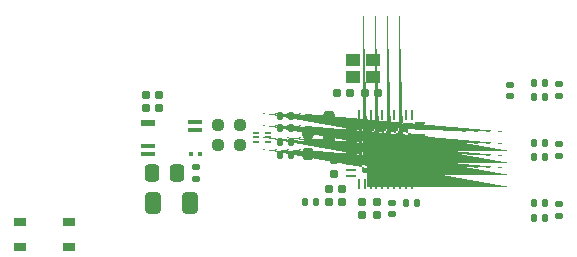
<source format=gbr>
%TF.GenerationSoftware,KiCad,Pcbnew,7.0.7*%
%TF.CreationDate,2023-08-17T11:34:17-04:00*%
%TF.ProjectId,adin1110-featherwing,6164696e-3131-4313-902d-666561746865,rev?*%
%TF.SameCoordinates,Original*%
%TF.FileFunction,Paste,Top*%
%TF.FilePolarity,Positive*%
%FSLAX46Y46*%
G04 Gerber Fmt 4.6, Leading zero omitted, Abs format (unit mm)*
G04 Created by KiCad (PCBNEW 7.0.7) date 2023-08-17 11:34:17*
%MOMM*%
%LPD*%
G01*
G04 APERTURE LIST*
G04 Aperture macros list*
%AMRoundRect*
0 Rectangle with rounded corners*
0 $1 Rounding radius*
0 $2 $3 $4 $5 $6 $7 $8 $9 X,Y pos of 4 corners*
0 Add a 4 corners polygon primitive as box body*
4,1,4,$2,$3,$4,$5,$6,$7,$8,$9,$2,$3,0*
0 Add four circle primitives for the rounded corners*
1,1,$1+$1,$2,$3*
1,1,$1+$1,$4,$5*
1,1,$1+$1,$6,$7*
1,1,$1+$1,$8,$9*
0 Add four rect primitives between the rounded corners*
20,1,$1+$1,$2,$3,$4,$5,0*
20,1,$1+$1,$4,$5,$6,$7,0*
20,1,$1+$1,$6,$7,$8,$9,0*
20,1,$1+$1,$8,$9,$2,$3,0*%
%AMFreePoly0*
4,1,57,0.261296,0.442772,0.269672,0.444099,0.291600,0.432926,0.315006,0.425321,0.319990,0.418460,0.327546,0.414611,0.414611,0.327546,0.418460,0.319990,0.425321,0.315006,0.432926,0.291600,0.444099,0.269672,0.442772,0.261296,0.445393,0.253232,0.445393,-0.253232,0.442772,-0.261296,0.444099,-0.269672,0.432926,-0.291600,0.425321,-0.315006,0.418460,-0.319990,0.414611,-0.327546,
0.327546,-0.414611,0.319990,-0.418460,0.315006,-0.425321,0.291600,-0.432926,0.269672,-0.444099,0.261296,-0.442772,0.253232,-0.445393,-0.253232,-0.445393,-0.261296,-0.442772,-0.269672,-0.444099,-0.291600,-0.432926,-0.315006,-0.425321,-0.319990,-0.418460,-0.327546,-0.414611,-0.414611,-0.327546,-0.418460,-0.319990,-0.425321,-0.315006,-0.432926,-0.291600,-0.444099,-0.269672,-0.442772,-0.261296,
-0.445393,-0.253232,-0.445393,0.253232,-0.442772,0.261296,-0.444099,0.269672,-0.432926,0.291600,-0.425321,0.315006,-0.418460,0.319990,-0.414611,0.327546,-0.327546,0.414611,-0.319990,0.418460,-0.315006,0.425321,-0.291600,0.432926,-0.269672,0.444099,-0.261296,0.442772,-0.253232,0.445393,0.253232,0.445393,0.261296,0.442772,0.261296,0.442772,$1*%
G04 Aperture macros list end*
%ADD10RoundRect,0.155000X-0.212500X-0.155000X0.212500X-0.155000X0.212500X0.155000X-0.212500X0.155000X0*%
%ADD11RoundRect,0.237500X0.250000X0.237500X-0.250000X0.237500X-0.250000X-0.237500X0.250000X-0.237500X0*%
%ADD12RoundRect,0.147500X0.147500X0.172500X-0.147500X0.172500X-0.147500X-0.172500X0.147500X-0.172500X0*%
%ADD13RoundRect,0.250000X0.337500X0.475000X-0.337500X0.475000X-0.337500X-0.475000X0.337500X-0.475000X0*%
%ADD14R,1.050000X0.650000*%
%ADD15RoundRect,0.147500X0.172500X-0.147500X0.172500X0.147500X-0.172500X0.147500X-0.172500X-0.147500X0*%
%ADD16R,0.600000X0.200000*%
%ADD17RoundRect,0.147500X-0.147500X-0.172500X0.147500X-0.172500X0.147500X0.172500X-0.147500X0.172500X0*%
%ADD18RoundRect,0.147500X-0.172500X0.147500X-0.172500X-0.147500X0.172500X-0.147500X0.172500X0.147500X0*%
%ADD19RoundRect,0.237500X-0.237500X0.250000X-0.237500X-0.250000X0.237500X-0.250000X0.237500X0.250000X0*%
%ADD20R,1.150000X1.000000*%
%ADD21R,1.200000X0.410000*%
%ADD22R,0.420000X0.410000*%
%ADD23R,0.400000X0.410000*%
%ADD24R,1.200000X0.500000*%
%ADD25RoundRect,0.155000X0.155000X-0.212500X0.155000X0.212500X-0.155000X0.212500X-0.155000X-0.212500X0*%
%ADD26FreePoly0,270.000000*%
%ADD27RoundRect,0.062500X-0.062500X0.350000X-0.062500X-0.350000X0.062500X-0.350000X0.062500X0.350000X0*%
%ADD28RoundRect,0.062500X-0.350000X0.062500X-0.350000X-0.062500X0.350000X-0.062500X0.350000X0.062500X0*%
%ADD29RoundRect,0.155000X0.212500X0.155000X-0.212500X0.155000X-0.212500X-0.155000X0.212500X-0.155000X0*%
%ADD30RoundRect,0.250000X-0.412500X-0.650000X0.412500X-0.650000X0.412500X0.650000X-0.412500X0.650000X0*%
G04 APERTURE END LIST*
D10*
%TO.C,C5*%
X161509900Y-87858600D03*
X162644900Y-87858600D03*
%TD*%
D11*
%TO.C,C9*%
X153287100Y-90551000D03*
X151462100Y-90551000D03*
%TD*%
D12*
%TO.C,R17*%
X179148600Y-88239600D03*
X178178600Y-88239600D03*
%TD*%
D13*
%TO.C,C12*%
X147976500Y-94676600D03*
X145901500Y-94676600D03*
%TD*%
D14*
%TO.C,SW2*%
X138828600Y-100922400D03*
X134678600Y-100922400D03*
X138828600Y-98772400D03*
X134703600Y-98772400D03*
%TD*%
D15*
%TO.C,U3*%
X180340000Y-93195000D03*
X180340000Y-92225000D03*
%TD*%
%TO.C,R3*%
X166141400Y-98148000D03*
X166141400Y-97178000D03*
%TD*%
%TO.C,U5*%
X180340000Y-88115000D03*
X180340000Y-87145000D03*
%TD*%
D12*
%TO.C,R5*%
X157660200Y-90881200D03*
X156690200Y-90881200D03*
%TD*%
%TO.C,R9*%
X179148600Y-93318701D03*
X178178600Y-93318701D03*
%TD*%
D15*
%TO.C,R21*%
X176149000Y-88140400D03*
X176149000Y-87170400D03*
%TD*%
D16*
%TO.C,U2*%
X154693600Y-91243600D03*
X154693600Y-91643600D03*
X154693600Y-92043600D03*
X155643600Y-92043600D03*
X155643600Y-91643600D03*
X155643600Y-91243600D03*
%TD*%
D17*
%TO.C,R11*%
X178178600Y-97179501D03*
X179148600Y-97179501D03*
%TD*%
D11*
%TO.C,C10*%
X153287100Y-92278200D03*
X151462100Y-92278200D03*
%TD*%
D18*
%TO.C,R12*%
X149580600Y-94178400D03*
X149580600Y-95148400D03*
%TD*%
D19*
%TO.C,R2*%
X159105600Y-91238700D03*
X159105600Y-93063700D03*
%TD*%
D17*
%TO.C,R20*%
X167358200Y-97205800D03*
X168328200Y-97205800D03*
%TD*%
D20*
%TO.C,Y1*%
X164603400Y-85101200D03*
X162853400Y-85101200D03*
X162853400Y-86501200D03*
X164603400Y-86501200D03*
%TD*%
D21*
%TO.C,T1*%
X149536600Y-90346400D03*
X149536600Y-90996400D03*
D22*
X149926600Y-93046400D03*
D23*
X149136600Y-93046400D03*
D24*
X145536600Y-90391400D03*
D21*
X145536600Y-92396400D03*
X145536600Y-93046400D03*
%TD*%
D25*
%TO.C,C8*%
X160858200Y-97112900D03*
X160858200Y-95977900D03*
%TD*%
D17*
%TO.C,R7*%
X156690200Y-93116400D03*
X157660200Y-93116400D03*
%TD*%
D12*
%TO.C,R19*%
X159743000Y-97129600D03*
X158773000Y-97129600D03*
%TD*%
D26*
%TO.C,U1*%
X167147900Y-91147100D03*
X166122900Y-91147100D03*
X165097900Y-91147100D03*
X164072900Y-91147100D03*
X167147900Y-92172100D03*
X166122900Y-92172100D03*
X165097900Y-92172100D03*
X164072900Y-92172100D03*
X167147900Y-93197100D03*
X166122900Y-93197100D03*
X164072900Y-93197100D03*
X167147900Y-94222100D03*
X166122900Y-94222100D03*
X165097900Y-94222100D03*
X164072900Y-94222100D03*
D27*
X167860400Y-89747100D03*
X167360400Y-89747100D03*
X166860400Y-89747100D03*
X166360400Y-89747100D03*
X165860400Y-89747100D03*
X165360400Y-89747100D03*
X164860400Y-89747100D03*
X164360400Y-89747100D03*
X163860400Y-89747100D03*
X163360400Y-89747100D03*
D28*
X162672900Y-90434600D03*
X162672900Y-90934600D03*
X162672900Y-91434600D03*
X162672900Y-91934600D03*
X162672900Y-92434600D03*
X162672900Y-92934600D03*
X162672900Y-93434600D03*
X162672900Y-93934600D03*
X162672900Y-94434600D03*
X162672900Y-94934600D03*
D27*
X163360400Y-95622100D03*
X163860400Y-95622100D03*
X164360400Y-95622100D03*
X164860400Y-95622100D03*
X165360400Y-95622100D03*
X165860400Y-95622100D03*
X166360400Y-95622100D03*
X166860400Y-95622100D03*
X167360400Y-95622100D03*
X167860400Y-95622100D03*
D28*
X168547900Y-94934600D03*
X168547900Y-94434600D03*
X168547900Y-93934600D03*
X168547900Y-93434600D03*
X168547900Y-92934600D03*
X168547900Y-92434600D03*
X168547900Y-91934600D03*
X168547900Y-91434600D03*
X168547900Y-90934600D03*
X168547900Y-90434600D03*
%TD*%
D25*
%TO.C,C2*%
X170053000Y-94107000D03*
X170053000Y-92972000D03*
%TD*%
%TO.C,C1*%
X161264600Y-94725300D03*
X161264600Y-93590300D03*
%TD*%
D10*
%TO.C,C4*%
X163897500Y-87858600D03*
X165032500Y-87858600D03*
%TD*%
D29*
%TO.C,C11*%
X146490500Y-89154000D03*
X145355500Y-89154000D03*
%TD*%
D15*
%TO.C,U4*%
X180340000Y-98275000D03*
X180340000Y-97305000D03*
%TD*%
D30*
%TO.C,C13*%
X145986100Y-97155000D03*
X149111100Y-97155000D03*
%TD*%
D25*
%TO.C,C6*%
X164871400Y-98205100D03*
X164871400Y-97070100D03*
%TD*%
D19*
%TO.C,R1*%
X160832800Y-89917900D03*
X160832800Y-91742900D03*
%TD*%
D17*
%TO.C,R8*%
X178178600Y-92099501D03*
X179148600Y-92099501D03*
%TD*%
D25*
%TO.C,C3*%
X163601400Y-98205100D03*
X163601400Y-97070100D03*
%TD*%
D12*
%TO.C,R6*%
X157660200Y-91998800D03*
X156690200Y-91998800D03*
%TD*%
%TO.C,R14*%
X179148600Y-98449501D03*
X178178600Y-98449501D03*
%TD*%
D29*
%TO.C,C14*%
X146490500Y-88011000D03*
X145355500Y-88011000D03*
%TD*%
D25*
%TO.C,C7*%
X161925000Y-97112900D03*
X161925000Y-95977900D03*
%TD*%
D17*
%TO.C,R4*%
X156690200Y-89814400D03*
X157660200Y-89814400D03*
%TD*%
%TO.C,R15*%
X178178600Y-87071200D03*
X179148600Y-87071200D03*
%TD*%
M02*

</source>
